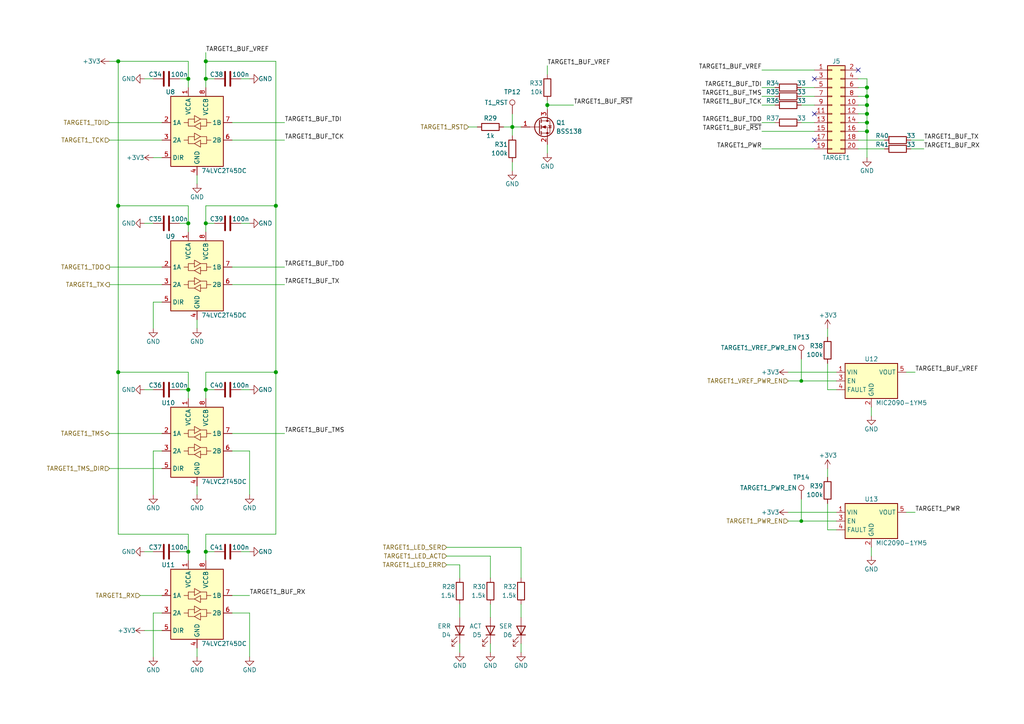
<source format=kicad_sch>
(kicad_sch (version 20221206) (generator eeschema)
  (paper "A4")
  (lib_symbols
    (symbol "Connector:TestPoint" (pin_numbers hide) (pin_names (offset 0.762) hide)
      (property "Reference" "TP" (at 0 6.858 0))
      (property "Value" "TestPoint" (at 0 5.08 0))
      (symbol "TestPoint_0_1"
        (circle (center 0 3.302) (radius 0.762))
      )
      (symbol "TestPoint_1_1"
        (pin passive line (at 0 0 90) (length 2.54) (name "1") (number "1"))
      )
    )
    (symbol "Connector_Generic:Conn_02x10_Odd_Even" (pin_names (offset 1.016) hide)
      (property "Reference" "J" (at 1.27 12.7 0))
      (property "Value" "Conn_02x10_Odd_Even" (at 1.27 -15.24 0))
      (symbol "Conn_02x10_Odd_Even_1_1"
        (rectangle (start -1.27 -12.573) (end 0 -12.827) (stroke (width 0.1524)))
        (rectangle (start -1.27 -10.033) (end 0 -10.287) (stroke (width 0.1524)))
        (rectangle (start -1.27 -7.493) (end 0 -7.747) (stroke (width 0.1524)))
        (rectangle (start -1.27 -4.953) (end 0 -5.207) (stroke (width 0.1524)))
        (rectangle (start -1.27 -2.413) (end 0 -2.667) (stroke (width 0.1524)))
        (rectangle (start -1.27 0.127) (end 0 -0.127) (stroke (width 0.1524)))
        (rectangle (start -1.27 2.667) (end 0 2.413) (stroke (width 0.1524)))
        (rectangle (start -1.27 5.207) (end 0 4.953) (stroke (width 0.1524)))
        (rectangle (start -1.27 7.747) (end 0 7.493) (stroke (width 0.1524)))
        (rectangle (start -1.27 10.287) (end 0 10.033) (stroke (width 0.1524)))
        (rectangle (start -1.27 11.43) (end 3.81 -13.97) (stroke (width 0.254)) (fill (type background)))
        (rectangle (start 3.81 -12.573) (end 2.54 -12.827) (stroke (width 0.1524)))
        (rectangle (start 3.81 -10.033) (end 2.54 -10.287) (stroke (width 0.1524)))
        (rectangle (start 3.81 -7.493) (end 2.54 -7.747) (stroke (width 0.1524)))
        (rectangle (start 3.81 -4.953) (end 2.54 -5.207) (stroke (width 0.1524)))
        (rectangle (start 3.81 -2.413) (end 2.54 -2.667) (stroke (width 0.1524)))
        (rectangle (start 3.81 0.127) (end 2.54 -0.127) (stroke (width 0.1524)))
        (rectangle (start 3.81 2.667) (end 2.54 2.413) (stroke (width 0.1524)))
        (rectangle (start 3.81 5.207) (end 2.54 4.953) (stroke (width 0.1524)))
        (rectangle (start 3.81 7.747) (end 2.54 7.493) (stroke (width 0.1524)))
        (rectangle (start 3.81 10.287) (end 2.54 10.033) (stroke (width 0.1524)))
        (pin passive line (at -5.08 10.16 0) (length 3.81) (name "Pin_1") (number "1"))
        (pin passive line (at 7.62 0 180) (length 3.81) (name "Pin_10") (number "10"))
        (pin passive line (at -5.08 -2.54 0) (length 3.81) (name "Pin_11") (number "11"))
        (pin passive line (at 7.62 -2.54 180) (length 3.81) (name "Pin_12") (number "12"))
        (pin passive line (at -5.08 -5.08 0) (length 3.81) (name "Pin_13") (number "13"))
        (pin passive line (at 7.62 -5.08 180) (length 3.81) (name "Pin_14") (number "14"))
        (pin passive line (at -5.08 -7.62 0) (length 3.81) (name "Pin_15") (number "15"))
        (pin passive line (at 7.62 -7.62 180) (length 3.81) (name "Pin_16") (number "16"))
        (pin passive line (at -5.08 -10.16 0) (length 3.81) (name "Pin_17") (number "17"))
        (pin passive line (at 7.62 -10.16 180) (length 3.81) (name "Pin_18") (number "18"))
        (pin passive line (at -5.08 -12.7 0) (length 3.81) (name "Pin_19") (number "19"))
        (pin passive line (at 7.62 10.16 180) (length 3.81) (name "Pin_2") (number "2"))
        (pin passive line (at 7.62 -12.7 180) (length 3.81) (name "Pin_20") (number "20"))
        (pin passive line (at -5.08 7.62 0) (length 3.81) (name "Pin_3") (number "3"))
        (pin passive line (at 7.62 7.62 180) (length 3.81) (name "Pin_4") (number "4"))
        (pin passive line (at -5.08 5.08 0) (length 3.81) (name "Pin_5") (number "5"))
        (pin passive line (at 7.62 5.08 180) (length 3.81) (name "Pin_6") (number "6"))
        (pin passive line (at -5.08 2.54 0) (length 3.81) (name "Pin_7") (number "7"))
        (pin passive line (at 7.62 2.54 180) (length 3.81) (name "Pin_8") (number "8"))
        (pin passive line (at -5.08 0 0) (length 3.81) (name "Pin_9") (number "9"))
      )
    )
    (symbol "Device:C" (pin_numbers hide) (pin_names (offset 0.254))
      (property "Reference" "C" (at 0.635 2.54 0))
      (property "Value" "C" (at 0.635 -2.54 0))
      (symbol "C_0_1"
        (polyline (pts (xy -2.032 -0.762) (xy 2.032 -0.762)) (stroke (width 0.508)))
        (polyline (pts (xy -2.032 0.762) (xy 2.032 0.762)) (stroke (width 0.508)))
      )
      (symbol "C_1_1"
        (pin passive line (at 0 3.81 270) (length 2.794) (name "~") (number "1"))
        (pin passive line (at 0 -3.81 90) (length 2.794) (name "~") (number "2"))
      )
    )
    (symbol "Device:LED" (pin_numbers hide) (pin_names (offset 1.016) hide)
      (property "Reference" "D" (at 0 2.54 0))
      (property "Value" "LED" (at 0 -2.54 0))
      (symbol "LED_0_1"
        (polyline (pts (xy -1.27 -1.27) (xy -1.27 1.27)) (stroke (width 0.254)))
        (polyline (pts (xy -1.27 0) (xy 1.27 0)))
        (polyline (pts (xy 1.27 -1.27) (xy 1.27 1.27) (xy -1.27 0) (xy 1.27 -1.27)) (stroke (width 0.254)))
        (polyline (pts (xy -3.048 -0.762) (xy -4.572 -2.286) (xy -3.81 -2.286) (xy -4.572 -2.286) (xy -4.572 -1.524)))
        (polyline (pts (xy -1.778 -0.762) (xy -3.302 -2.286) (xy -2.54 -2.286) (xy -3.302 -2.286) (xy -3.302 -1.524)))
      )
      (symbol "LED_1_1"
        (pin passive line (at -3.81 0 0) (length 2.54) (name "K") (number "1"))
        (pin passive line (at 3.81 0 180) (length 2.54) (name "A") (number "2"))
      )
    )
    (symbol "Device:R" (pin_numbers hide) (pin_names (offset 0))
      (property "Reference" "R" (at 2.032 0 90))
      (property "Value" "R" (at 0 0 90))
      (symbol "R_0_1"
        (rectangle (start -1.016 -2.54) (end 1.016 2.54) (stroke (width 0.254)))
      )
      (symbol "R_1_1"
        (pin passive line (at 0 3.81 270) (length 1.27) (name "~") (number "1"))
        (pin passive line (at 0 -3.81 90) (length 1.27) (name "~") (number "2"))
      )
    )
    (symbol "Logic_LevelTranslator:74LVC2T45DC"
      (property "Reference" "U" (at 6.35 -11.43 0))
      (property "Value" "74LVC2T45DC" (at 10.16 11.43 0))
      (symbol "74LVC2T45DC_1_1"
        (rectangle (start -7.62 10.16) (end 7.62 -10.16) (stroke (width 0.254)) (fill (type background)))
        (polyline (pts (xy -2.54 -2.54) (xy -2.54 -1.524) (xy -0.762 -1.524)))
        (polyline (pts (xy -2.54 2.54) (xy -2.54 3.556) (xy -0.762 3.556)))
        (polyline (pts (xy 2.794 -2.54) (xy 2.794 -3.556) (xy 1.016 -3.556)))
        (polyline (pts (xy 2.794 2.54) (xy 2.794 1.524) (xy 1.016 1.524)))
        (polyline (pts (xy -0.762 -3.556) (xy -2.54 -3.556) (xy -2.54 -2.54) (xy -3.81 -2.54)))
        (polyline (pts (xy -0.762 -2.54) (xy -0.762 -0.508) (xy 1.016 -1.524) (xy -0.762 -2.54)))
        (polyline (pts (xy -0.762 1.524) (xy -2.54 1.524) (xy -2.54 2.54) (xy -3.81 2.54)))
        (polyline (pts (xy -0.762 2.54) (xy -0.762 4.572) (xy 1.016 3.556) (xy -0.762 2.54)))
        (polyline (pts (xy 1.016 -1.524) (xy 2.794 -1.524) (xy 2.794 -2.54) (xy 4.064 -2.54)))
        (polyline (pts (xy 1.016 3.556) (xy 2.794 3.556) (xy 2.794 2.54) (xy 4.064 2.54)))
        (polyline (pts (xy 1.016 -2.54) (xy 1.016 -4.318) (xy 1.016 -4.572) (xy -0.762 -3.556) (xy 1.016 -2.54)))
        (polyline (pts (xy 1.016 2.54) (xy 1.016 0.762) (xy 1.016 0.508) (xy -0.762 1.524) (xy 1.016 2.54)))
        (pin power_in line (at -2.54 12.7 270) (length 2.54) (name "VCCA") (number "1"))
        (pin bidirectional line (at -10.16 2.54 0) (length 2.54) (name "1A") (number "2"))
        (pin bidirectional line (at -10.16 -2.54 0) (length 2.54) (name "2A") (number "3"))
        (pin power_in line (at 0 -12.7 90) (length 2.54) (name "GND") (number "4"))
        (pin input line (at -10.16 -7.62 0) (length 2.54) (name "DIR") (number "5"))
        (pin bidirectional line (at 10.16 -2.54 180) (length 2.54) (name "2B") (number "6"))
        (pin bidirectional line (at 10.16 2.54 180) (length 2.54) (name "1B") (number "7"))
        (pin power_in line (at 2.54 12.7 270) (length 2.54) (name "VCCB") (number "8"))
      )
    )
    (symbol "MIC2090:MIC2090-1YM5"
      (property "Reference" "U" (at -7.62 6.35 0))
      (property "Value" "MIC2090-1YM5" (at 13.97 6.35 0))
      (symbol "MIC2090-1YM5_0_1"
        (rectangle (start -7.62 5.08) (end 7.62 -5.08) (stroke (width 0.254)) (fill (type background)))
      )
      (symbol "MIC2090-1YM5_1_1"
        (pin power_in line (at -10.16 2.54 0) (length 2.54) (name "VIN") (number "1"))
        (pin power_in line (at 0 -7.62 90) (length 2.54) (name "GND") (number "2"))
        (pin input line (at -10.16 0 0) (length 2.54) (name "EN") (number "3"))
        (pin open_collector line (at -10.16 -2.54 0) (length 2.54) (name "FAULT") (number "4"))
        (pin power_out line (at 10.16 2.54 180) (length 2.54) (name "VOUT") (number "5"))
      )
    )
    (symbol "Transistor_FET:BSS138" (pin_names hide)
      (property "Reference" "Q" (at 5.08 1.905 0))
      (property "Value" "BSS138" (at 5.08 0 0))
      (symbol "BSS138_0_1"
        (polyline (pts (xy 0.254 0) (xy -2.54 0)))
        (polyline (pts (xy 0.254 1.905) (xy 0.254 -1.905)) (stroke (width 0.254)))
        (polyline (pts (xy 0.762 -1.27) (xy 0.762 -2.286)) (stroke (width 0.254)))
        (polyline (pts (xy 0.762 0.508) (xy 0.762 -0.508)) (stroke (width 0.254)))
        (polyline (pts (xy 0.762 2.286) (xy 0.762 1.27)) (stroke (width 0.254)))
        (polyline (pts (xy 2.54 2.54) (xy 2.54 1.778)))
        (polyline (pts (xy 2.54 -2.54) (xy 2.54 0) (xy 0.762 0)))
        (polyline (pts (xy 0.762 -1.778) (xy 3.302 -1.778) (xy 3.302 1.778) (xy 0.762 1.778)))
        (polyline (pts (xy 1.016 0) (xy 2.032 0.381) (xy 2.032 -0.381) (xy 1.016 0)) (fill (type outline)))
        (polyline (pts (xy 2.794 0.508) (xy 2.921 0.381) (xy 3.683 0.381) (xy 3.81 0.254)))
        (polyline (pts (xy 3.302 0.381) (xy 2.921 -0.254) (xy 3.683 -0.254) (xy 3.302 0.381)))
        (circle (center 1.651 0) (radius 2.794) (stroke (width 0.254)))
        (circle (center 2.54 -1.778) (radius 0.254) (fill (type outline)))
        (circle (center 2.54 1.778) (radius 0.254) (fill (type outline)))
      )
      (symbol "BSS138_1_1"
        (pin input line (at -5.08 0 0) (length 2.54) (name "G") (number "1"))
        (pin passive line (at 2.54 -5.08 90) (length 2.54) (name "S") (number "2"))
        (pin passive line (at 2.54 5.08 270) (length 2.54) (name "D") (number "3"))
      )
    )
    (symbol "power:+3V3" (power) (pin_names (offset 0))
      (property "Value" "+3V3" (at 0 3.556 0))
      (symbol "+3V3_0_1"
        (polyline (pts (xy -0.762 1.27) (xy 0 2.54)))
        (polyline (pts (xy 0 0) (xy 0 2.54)))
        (polyline (pts (xy 0 2.54) (xy 0.762 1.27)))
      )
      (symbol "+3V3_1_1"
        (pin power_in line (at 0 0 90) (length 0) hide (name "+3V3") (number "1"))
      )
    )
    (symbol "power:GND" (power) (pin_names (offset 0))
      (property "Value" "GND" (at 0 -3.81 0))
      (symbol "GND_0_1"
        (polyline (pts (xy 0 0) (xy 0 -1.27) (xy 1.27 -1.27) (xy 0 -2.54) (xy -1.27 -1.27) (xy 0 -1.27)))
      )
      (symbol "GND_1_1"
        (pin power_in line (at 0 0 270) (length 0) hide (name "GND") (number "1"))
      )
    )
  )
  (junction (at 54.61 64.77) (diameter 1.016))
  (junction (at 232.41 110.49))
  (junction (at 251.46 25.4) (diameter 1.016))
  (junction (at 59.69 160.02) (diameter 1.016))
  (junction (at 54.61 160.02) (diameter 1.016))
  (junction (at 34.29 17.78) (diameter 1.016))
  (junction (at 54.61 22.86) (diameter 1.016))
  (junction (at 251.46 30.48) (diameter 1.016))
  (junction (at 251.46 33.02) (diameter 1.016))
  (junction (at 80.01 59.69) (diameter 1.016))
  (junction (at 59.69 17.78) (diameter 1.016))
  (junction (at 34.29 107.95) (diameter 1.016))
  (junction (at 251.46 27.94) (diameter 1.016))
  (junction (at 59.69 22.86) (diameter 1.016))
  (junction (at 158.75 30.48) (diameter 1.016))
  (junction (at 54.61 113.03) (diameter 1.016))
  (junction (at 232.41 151.13))
  (junction (at 34.29 59.69) (diameter 1.016))
  (junction (at 251.46 35.56) (diameter 1.016))
  (junction (at 59.69 64.77) (diameter 1.016))
  (junction (at 251.46 38.1) (diameter 1.016))
  (junction (at 148.59 36.83) (diameter 1.016))
  (junction (at 59.69 113.03) (diameter 1.016))
  (junction (at 80.01 107.95) (diameter 1.016))
  (no_connect (at 236.22 33.02))
  (no_connect (at 236.22 22.86))
  (no_connect (at 248.92 20.32))
  (no_connect (at 236.22 40.64))
  (wire (pts (xy 44.45 22.86) (xy 41.91 22.86)))
  (wire (pts (xy 220.98 35.56) (xy 224.79 35.56)))
  (wire (pts (xy 228.6 110.49) (xy 232.41 110.49)))
  (wire (pts (xy 34.29 59.69) (xy 34.29 107.95)))
  (wire (pts (xy 34.29 17.78) (xy 54.61 17.78)))
  (wire (pts (xy 232.41 110.49) (xy 242.57 110.49)))
  (wire (pts (xy 34.29 154.94) (xy 54.61 154.94)))
  (wire (pts (xy 264.16 40.64) (xy 267.97 40.64)))
  (wire (pts (xy 59.69 15.24) (xy 59.69 17.78)))
  (wire (pts (xy 59.69 17.78) (xy 59.69 22.86)))
  (wire (pts (xy 251.46 22.86) (xy 251.46 25.4)))
  (wire (pts (xy 44.45 113.03) (xy 41.91 113.03)))
  (wire (pts (xy 44.45 160.02) (xy 41.91 160.02)))
  (wire (pts (xy 220.98 25.4) (xy 224.79 25.4)))
  (wire (pts (xy 148.59 39.37) (xy 148.59 36.83)))
  (wire (pts (xy 220.98 30.48) (xy 224.79 30.48)))
  (wire (pts (xy 129.54 161.29) (xy 142.24 161.29)))
  (wire (pts (xy 44.45 177.8) (xy 44.45 190.5)))
  (wire (pts (xy 80.01 59.69) (xy 80.01 17.78)))
  (wire (pts (xy 54.61 160.02) (xy 54.61 162.56)))
  (wire (pts (xy 248.92 35.56) (xy 251.46 35.56)))
  (wire (pts (xy 34.29 107.95) (xy 34.29 154.94)))
  (wire (pts (xy 54.61 107.95) (xy 54.61 113.03)))
  (wire (pts (xy 248.92 40.64) (xy 256.54 40.64)))
  (wire (pts (xy 59.69 154.94) (xy 59.69 160.02)))
  (wire (pts (xy 252.73 158.75) (xy 252.73 161.29)))
  (wire (pts (xy 220.98 27.94) (xy 224.79 27.94)))
  (wire (pts (xy 46.99 87.63) (xy 44.45 87.63)))
  (wire (pts (xy 248.92 22.86) (xy 251.46 22.86)))
  (wire (pts (xy 264.16 43.18) (xy 267.97 43.18)))
  (wire (pts (xy 240.03 113.03) (xy 242.57 113.03)))
  (wire (pts (xy 31.75 77.47) (xy 46.99 77.47)))
  (wire (pts (xy 52.07 113.03) (xy 54.61 113.03)))
  (wire (pts (xy 148.59 36.83) (xy 146.05 36.83)))
  (wire (pts (xy 59.69 113.03) (xy 59.69 115.57)))
  (wire (pts (xy 31.75 17.78) (xy 34.29 17.78)))
  (wire (pts (xy 59.69 22.86) (xy 59.69 25.4)))
  (wire (pts (xy 142.24 186.69) (xy 142.24 189.23)))
  (wire (pts (xy 80.01 107.95) (xy 59.69 107.95)))
  (wire (pts (xy 57.15 143.51) (xy 57.15 140.97)))
  (wire (pts (xy 52.07 160.02) (xy 54.61 160.02)))
  (wire (pts (xy 57.15 53.34) (xy 57.15 50.8)))
  (wire (pts (xy 54.61 22.86) (xy 54.61 25.4)))
  (wire (pts (xy 62.23 113.03) (xy 59.69 113.03)))
  (wire (pts (xy 59.69 107.95) (xy 59.69 113.03)))
  (wire (pts (xy 44.45 45.72) (xy 46.99 45.72)))
  (wire (pts (xy 151.13 186.69) (xy 151.13 189.23)))
  (wire (pts (xy 248.92 33.02) (xy 251.46 33.02)))
  (wire (pts (xy 228.6 107.95) (xy 242.57 107.95)))
  (wire (pts (xy 44.45 130.81) (xy 44.45 143.51)))
  (wire (pts (xy 59.69 59.69) (xy 80.01 59.69)))
  (wire (pts (xy 80.01 59.69) (xy 80.01 107.95)))
  (wire (pts (xy 80.01 154.94) (xy 59.69 154.94)))
  (wire (pts (xy 67.31 125.73) (xy 82.55 125.73)))
  (wire (pts (xy 69.85 64.77) (xy 72.39 64.77)))
  (wire (pts (xy 148.59 49.53) (xy 148.59 46.99)))
  (wire (pts (xy 228.6 148.59) (xy 242.57 148.59)))
  (wire (pts (xy 59.69 64.77) (xy 59.69 67.31)))
  (wire (pts (xy 232.41 27.94) (xy 236.22 27.94)))
  (wire (pts (xy 69.85 113.03) (xy 72.39 113.03)))
  (wire (pts (xy 251.46 30.48) (xy 251.46 33.02)))
  (wire (pts (xy 240.03 135.89) (xy 240.03 138.43)))
  (wire (pts (xy 46.99 177.8) (xy 44.45 177.8)))
  (wire (pts (xy 72.39 177.8) (xy 72.39 190.5)))
  (wire (pts (xy 158.75 30.48) (xy 166.37 30.48)))
  (wire (pts (xy 158.75 30.48) (xy 158.75 31.75)))
  (wire (pts (xy 54.61 59.69) (xy 34.29 59.69)))
  (wire (pts (xy 262.89 148.59) (xy 265.43 148.59)))
  (wire (pts (xy 232.41 25.4) (xy 236.22 25.4)))
  (wire (pts (xy 228.6 151.13) (xy 232.41 151.13)))
  (wire (pts (xy 67.31 77.47) (xy 82.55 77.47)))
  (wire (pts (xy 31.75 135.89) (xy 46.99 135.89)))
  (wire (pts (xy 148.59 36.83) (xy 151.13 36.83)))
  (wire (pts (xy 251.46 38.1) (xy 251.46 45.72)))
  (wire (pts (xy 133.35 186.69) (xy 133.35 189.23)))
  (wire (pts (xy 148.59 33.02) (xy 148.59 36.83)))
  (wire (pts (xy 54.61 64.77) (xy 54.61 59.69)))
  (wire (pts (xy 236.22 43.18) (xy 220.98 43.18)))
  (wire (pts (xy 129.54 163.83) (xy 133.35 163.83)))
  (wire (pts (xy 62.23 160.02) (xy 59.69 160.02)))
  (wire (pts (xy 248.92 27.94) (xy 251.46 27.94)))
  (wire (pts (xy 248.92 43.18) (xy 256.54 43.18)))
  (wire (pts (xy 158.75 29.21) (xy 158.75 30.48)))
  (wire (pts (xy 232.41 151.13) (xy 242.57 151.13)))
  (wire (pts (xy 129.54 158.75) (xy 151.13 158.75)))
  (wire (pts (xy 240.03 105.41) (xy 240.03 113.03)))
  (wire (pts (xy 54.61 154.94) (xy 54.61 160.02)))
  (wire (pts (xy 232.41 30.48) (xy 236.22 30.48)))
  (wire (pts (xy 158.75 44.45) (xy 158.75 41.91)))
  (wire (pts (xy 44.45 64.77) (xy 41.91 64.77)))
  (wire (pts (xy 52.07 64.77) (xy 54.61 64.77)))
  (wire (pts (xy 72.39 130.81) (xy 72.39 143.51)))
  (wire (pts (xy 67.31 172.72) (xy 72.39 172.72)))
  (wire (pts (xy 80.01 107.95) (xy 80.01 154.94)))
  (wire (pts (xy 240.03 153.67) (xy 242.57 153.67)))
  (wire (pts (xy 69.85 22.86) (xy 72.39 22.86)))
  (wire (pts (xy 142.24 175.26) (xy 142.24 179.07)))
  (wire (pts (xy 220.98 20.32) (xy 236.22 20.32)))
  (wire (pts (xy 54.61 113.03) (xy 54.61 115.57)))
  (wire (pts (xy 232.41 144.78) (xy 232.41 151.13)))
  (wire (pts (xy 251.46 27.94) (xy 251.46 30.48)))
  (wire (pts (xy 40.64 172.72) (xy 46.99 172.72)))
  (wire (pts (xy 67.31 82.55) (xy 82.55 82.55)))
  (wire (pts (xy 252.73 118.11) (xy 252.73 120.65)))
  (wire (pts (xy 240.03 146.05) (xy 240.03 153.67)))
  (wire (pts (xy 135.89 36.83) (xy 138.43 36.83)))
  (wire (pts (xy 59.69 160.02) (xy 59.69 162.56)))
  (wire (pts (xy 54.61 17.78) (xy 54.61 22.86)))
  (wire (pts (xy 59.69 64.77) (xy 59.69 59.69)))
  (wire (pts (xy 46.99 40.64) (xy 31.75 40.64)))
  (wire (pts (xy 133.35 167.64) (xy 133.35 163.83)))
  (wire (pts (xy 251.46 33.02) (xy 251.46 35.56)))
  (wire (pts (xy 57.15 95.25) (xy 57.15 92.71)))
  (wire (pts (xy 142.24 167.64) (xy 142.24 161.29)))
  (wire (pts (xy 67.31 130.81) (xy 72.39 130.81)))
  (wire (pts (xy 248.92 25.4) (xy 251.46 25.4)))
  (wire (pts (xy 31.75 125.73) (xy 46.99 125.73)))
  (wire (pts (xy 248.92 30.48) (xy 251.46 30.48)))
  (wire (pts (xy 44.45 95.25) (xy 44.45 87.63)))
  (wire (pts (xy 251.46 35.56) (xy 251.46 38.1)))
  (wire (pts (xy 240.03 95.25) (xy 240.03 97.79)))
  (wire (pts (xy 69.85 160.02) (xy 72.39 160.02)))
  (wire (pts (xy 67.31 40.64) (xy 82.55 40.64)))
  (wire (pts (xy 34.29 59.69) (xy 34.29 17.78)))
  (wire (pts (xy 133.35 175.26) (xy 133.35 179.07)))
  (wire (pts (xy 31.75 82.55) (xy 46.99 82.55)))
  (wire (pts (xy 62.23 22.86) (xy 59.69 22.86)))
  (wire (pts (xy 57.15 190.5) (xy 57.15 187.96)))
  (wire (pts (xy 236.22 38.1) (xy 220.98 38.1)))
  (wire (pts (xy 67.31 35.56) (xy 82.55 35.56)))
  (wire (pts (xy 54.61 64.77) (xy 54.61 67.31)))
  (wire (pts (xy 52.07 22.86) (xy 54.61 22.86)))
  (wire (pts (xy 67.31 177.8) (xy 72.39 177.8)))
  (wire (pts (xy 232.41 104.14) (xy 232.41 110.49)))
  (wire (pts (xy 31.75 35.56) (xy 46.99 35.56)))
  (wire (pts (xy 151.13 158.75) (xy 151.13 167.64)))
  (wire (pts (xy 232.41 35.56) (xy 236.22 35.56)))
  (wire (pts (xy 46.99 130.81) (xy 44.45 130.81)))
  (wire (pts (xy 62.23 64.77) (xy 59.69 64.77)))
  (wire (pts (xy 262.89 107.95) (xy 265.43 107.95)))
  (wire (pts (xy 251.46 25.4) (xy 251.46 27.94)))
  (wire (pts (xy 248.92 38.1) (xy 251.46 38.1)))
  (wire (pts (xy 34.29 107.95) (xy 54.61 107.95)))
  (wire (pts (xy 46.99 182.88) (xy 41.91 182.88)))
  (wire (pts (xy 80.01 17.78) (xy 59.69 17.78)))
  (wire (pts (xy 158.75 19.05) (xy 158.75 21.59)))
  (wire (pts (xy 151.13 175.26) (xy 151.13 179.07)))
  (label "TARGET1_BUF_TCK" (at 220.98 30.48 180))
  (label "TARGET1_BUF_VREF" (at 59.69 15.24 0))
  (label "TARGET1_BUF_TX" (at 82.55 82.55 0))
  (label "TARGET1_PWR" (at 220.98 43.18 180))
  (label "TARGET1_BUF_TDI" (at 82.55 35.56 0))
  (label "TARGET1_BUF_TMS" (at 82.55 125.73 0))
  (label "TARGET1_BUF_TDO" (at 220.98 35.56 180))
  (label "TARGET1_PWR" (at 265.43 148.59 0))
  (label "TARGET1_BUF_TMS" (at 220.98 27.94 180))
  (label "TARGET1_BUF_VREF" (at 265.43 107.95 0))
  (label "TARGET1_BUF_~{RST}" (at 220.98 38.1 180))
  (label "TARGET1_BUF_TDI" (at 220.98 25.4 180))
  (label "TARGET1_BUF_TCK" (at 82.55 40.64 0))
  (label "TARGET1_BUF_TX" (at 267.97 40.64 0))
  (label "TARGET1_BUF_RX" (at 267.97 43.18 0))
  (label "TARGET1_BUF_~{RST}" (at 166.37 30.48 0))
  (label "TARGET1_BUF_VREF" (at 220.98 20.32 180))
  (label "TARGET1_BUF_VREF" (at 158.75 19.05 0))
  (label "TARGET1_BUF_RX" (at 72.39 172.72 0))
  (label "TARGET1_BUF_TDO" (at 82.55 77.47 0))
  (hierarchical_label "TARGET1_TMS_DIR" (shape input) (at 31.75 135.89 180))
  (hierarchical_label "TARGET1_TX" (shape output) (at 31.75 82.55 180))
  (hierarchical_label "TARGET1_TCK" (shape input) (at 31.75 40.64 180))
  (hierarchical_label "TARGET1_RX" (shape input) (at 40.64 172.72 180))
  (hierarchical_label "TARGET1_TMS" (shape bidirectional) (at 31.75 125.73 180))
  (hierarchical_label "TARGET1_TDO" (shape output) (at 31.75 77.47 180))
  (hierarchical_label "TARGET1_LED_ACT" (shape input) (at 129.54 161.29 180))
  (hierarchical_label "TARGET1_PWR_EN" (shape input) (at 228.6 151.13 180))
  (hierarchical_label "TARGET1_TDI" (shape input) (at 31.75 35.56 180))
  (hierarchical_label "TARGET1_LED_ERR" (shape input) (at 129.54 163.83 180))
  (hierarchical_label "TARGET1_LED_SER" (shape input) (at 129.54 158.75 180))
  (hierarchical_label "TARGET1_RST" (shape input) (at 135.89 36.83 180))
  (hierarchical_label "TARGET1_VREF_PWR_EN" (shape input) (at 228.6 110.49 180))
  (symbol (lib_id "Device:C") (at 66.04 22.86 270) (unit 1)
    (property "Reference" "C38" (at 64.77 21.59 90) (effects (justify right)))
    (property "Value" "100n" (at 67.31 21.59 90) (effects (justify left)))
    (property "Footprint" "Capacitor_SMD:C_0402_1005Metric" (effects hide))
    (property "Part Number" "CC0402KRX7R7BB104" (effects hide))
  )
  (symbol (lib_id "Device:C") (at 48.26 22.86 270) (unit 1)
    (property "Reference" "C34" (at 46.99 21.59 90) (effects (justify right)))
    (property "Value" "100n" (at 49.53 21.59 90) (effects (justify left)))
    (property "Footprint" "Capacitor_SMD:C_0402_1005Metric" (effects hide))
    (property "Part Number" "CC0402KRX7R7BB104" (effects hide))
  )
  (symbol (lib_id "power:+3V3") (at 240.03 95.25 0) (unit 1)
    (property "Reference" "#PWR0267" (effects hide))
    (property "Value" "+3V3" (at 237.49 91.44 0) (effects (justify left)))
  )
  (symbol (lib_id "Device:R") (at 228.6 30.48 90) (unit 1)
    (property "Reference" "R36" (at 226.06 29.21 90) (effects (justify left)))
    (property "Value" "33" (at 231.14 29.21 90) (effects (justify right)))
    (property "Footprint" "Resistor_SMD:R_0402_1005Metric" (effects hide))
    (property "Part Number" "RC0402JR-0733RL" (effects hide))
  )
  (symbol (lib_id "Device:C") (at 48.26 160.02 270) (unit 1)
    (property "Reference" "C37" (at 46.99 158.75 90) (effects (justify right)))
    (property "Value" "100n" (at 49.53 158.75 90) (effects (justify left)))
    (property "Footprint" "Capacitor_SMD:C_0402_1005Metric" (effects hide))
    (property "Part Number" "CC0402KRX7R7BB104" (effects hide))
  )
  (symbol (lib_id "power:GND") (at 72.39 64.77 90) (mirror x) (unit 1)
    (property "Reference" "#PWR0218" (effects hide))
    (property "Value" "GND" (at 74.93 64.77 90) (effects (justify right)))
  )
  (symbol (lib_id "power:GND") (at 44.45 190.5 0) (mirror y) (unit 1)
    (property "Reference" "#PWR0223" (effects hide))
    (property "Value" "GND" (at 44.45 194.31 0))
  )
  (symbol (lib_id "power:GND") (at 158.75 44.45 0) (mirror y) (unit 1)
    (property "Reference" "#PWR0205" (effects hide))
    (property "Value" "GND" (at 158.75 48.26 0))
  )
  (symbol (lib_id "power:GND") (at 57.15 53.34 0) (mirror y) (unit 1)
    (property "Reference" "#PWR0229" (effects hide))
    (property "Value" "GND" (at 57.15 57.15 0))
  )
  (symbol (lib_id "power:GND") (at 41.91 113.03 270) (mirror x) (unit 1)
    (property "Reference" "#PWR0231" (effects hide))
    (property "Value" "GND" (at 39.37 113.03 90) (effects (justify right)))
  )
  (symbol (lib_id "Device:C") (at 66.04 113.03 270) (unit 1)
    (property "Reference" "C40" (at 64.77 111.76 90) (effects (justify right)))
    (property "Value" "100n" (at 67.31 111.76 90) (effects (justify left)))
    (property "Footprint" "Capacitor_SMD:C_0402_1005Metric" (effects hide))
    (property "Part Number" "CC0402KRX7R7BB104" (effects hide))
  )
  (symbol (lib_id "Device:R") (at 228.6 27.94 90) (unit 1)
    (property "Reference" "R35" (at 226.06 26.67 90) (effects (justify left)))
    (property "Value" "33" (at 231.14 26.67 90) (effects (justify right)))
    (property "Footprint" "Resistor_SMD:R_0402_1005Metric" (effects hide))
    (property "Part Number" "RC0402JR-0733RL" (effects hide))
  )
  (symbol (lib_id "power:GND") (at 44.45 143.51 0) (mirror y) (unit 1)
    (property "Reference" "#PWR0234" (effects hide))
    (property "Value" "GND" (at 44.45 147.32 0))
  )
  (symbol (lib_id "Device:C") (at 66.04 160.02 270) (unit 1)
    (property "Reference" "C41" (at 64.77 158.75 90) (effects (justify right)))
    (property "Value" "100n" (at 67.31 158.75 90) (effects (justify left)))
    (property "Footprint" "Capacitor_SMD:C_0402_1005Metric" (effects hide))
    (property "Part Number" "CC0402KRX7R7BB104" (effects hide))
  )
  (symbol (lib_id "power:+3V3") (at 44.45 45.72 90) (unit 1)
    (property "Reference" "#PWR0265" (effects hide))
    (property "Value" "+3V3" (at 41.91 45.72 90) (effects (justify left)))
  )
  (symbol (lib_id "Logic_LevelTranslator:74LVC2T45DC") (at 57.15 38.1 0) (unit 1)
    (property "Reference" "U8" (at 50.8 26.67 0) (effects (justify right)))
    (property "Value" "74LVC2T45DC" (at 58.42 49.53 0) (effects (justify left)))
    (property "Footprint" "Package_SO:VSSOP-8_2.3x2mm_P0.5mm" (effects hide))
    (property "Datasheet" "https://assets.nexperia.com/documents/data-sheet/74LVC_LVCH2T45.pdf" (effects hide))
    (property "Part Number" "74LVC2T45DC" (effects hide))
  )
  (symbol (lib_id "Device:R") (at 240.03 101.6 0) (mirror y) (unit 1)
    (property "Reference" "R38" (at 238.76 100.33 0) (effects (justify left)))
    (property "Value" "100k" (at 238.76 102.87 0) (effects (justify left)))
    (property "Footprint" "Resistor_SMD:R_0402_1005Metric" (effects hide))
    (property "Part Number" "RC0402FR-07100KL" (effects hide))
  )
  (symbol (lib_id "Device:C") (at 48.26 113.03 270) (unit 1)
    (property "Reference" "C36" (at 46.99 111.76 90) (effects (justify right)))
    (property "Value" "100n" (at 49.53 111.76 90) (effects (justify left)))
    (property "Footprint" "Capacitor_SMD:C_0402_1005Metric" (effects hide))
    (property "Part Number" "CC0402KRX7R7BB104" (effects hide))
  )
  (symbol (lib_id "Connector:TestPoint") (at 232.41 144.78 0) (unit 1)
    (property "Reference" "TP14" (at 232.41 138.43 0))
    (property "Value" "TARGET1_PWR_EN" (at 231.14 142.24 0) (effects (justify right bottom)))
    (property "Footprint" "TestPoint:TestPoint_Pad_D1.0mm" (effects hide))
  )
  (symbol (lib_id "Connector:TestPoint") (at 148.59 33.02 0) (unit 1)
    (property "Reference" "TP12" (at 148.59 26.67 0))
    (property "Value" "T1_RST" (at 147.32 30.48 0) (effects (justify right bottom)))
    (property "Footprint" "TestPoint:TestPoint_Pad_D1.0mm" (effects hide))
  )
  (symbol (lib_id "MIC2090:MIC2090-1YM5") (at 252.73 151.13 0) (unit 1)
    (property "Reference" "U13" (at 252.73 144.78 0))
    (property "Value" "MIC2090-1YM5" (at 254 157.48 0) (effects (justify left)))
    (property "Footprint" "Package_TO_SOT_SMD:SOT-23-5" (effects hide))
    (property "Datasheet" "https://ww1.microchip.com/downloads/aemDocuments/documents/OTH/ProductDocuments/DataSheets/MIC2090_1.pdf" (effects hide))
    (property "Part Number" "MIC2090-1YM5" (effects hide))
  )
  (symbol (lib_id "power:GND") (at 148.59 49.53 0) (mirror y) (unit 1)
    (property "Reference" "#PWR0206" (effects hide))
    (property "Value" "GND" (at 148.59 53.34 0))
  )
  (symbol (lib_id "Logic_LevelTranslator:74LVC2T45DC") (at 57.15 175.26 0) (unit 1)
    (property "Reference" "U11" (at 50.8 163.83 0) (effects (justify right)))
    (property "Value" "74LVC2T45DC" (at 58.42 186.69 0) (effects (justify left)))
    (property "Footprint" "Package_SO:VSSOP-8_2.3x2mm_P0.5mm" (effects hide))
    (property "Datasheet" "https://assets.nexperia.com/documents/data-sheet/74LVC_LVCH2T45.pdf" (effects hide))
    (property "Part Number" "74LVC2T45DC" (effects hide))
  )
  (symbol (lib_id "Device:R") (at 260.35 43.18 90) (unit 1)
    (property "Reference" "R41" (at 257.81 41.91 90) (effects (justify left)))
    (property "Value" "33" (at 262.89 41.91 90) (effects (justify right)))
    (property "Footprint" "Resistor_SMD:R_0402_1005Metric" (effects hide))
    (property "Part Number" "RC0402JR-0733RL" (effects hide))
  )
  (symbol (lib_id "power:GND") (at 57.15 95.25 0) (mirror y) (unit 1)
    (property "Reference" "#PWR0220" (effects hide))
    (property "Value" "GND" (at 57.15 99.06 0))
  )
  (symbol (lib_id "power:GND") (at 252.73 120.65 0) (mirror y) (unit 1)
    (property "Reference" "#PWR0207" (effects hide))
    (property "Value" "GND" (at 252.73 124.46 0))
  )
  (symbol (lib_id "Device:R") (at 133.35 171.45 0) (mirror y) (unit 1)
    (property "Reference" "R28" (at 132.08 170.18 0) (effects (justify left)))
    (property "Value" "1.5k" (at 132.08 172.72 0) (effects (justify left)))
    (property "Footprint" "Resistor_SMD:R_0402_1005Metric" (effects hide))
    (property "Part Number" "RC0402FR-071K5L" (effects hide))
  )
  (symbol (lib_id "power:GND") (at 41.91 22.86 270) (mirror x) (unit 1)
    (property "Reference" "#PWR0230" (effects hide))
    (property "Value" "GND" (at 39.37 22.86 90) (effects (justify right)))
  )
  (symbol (lib_id "power:GND") (at 41.91 160.02 270) (mirror x) (unit 1)
    (property "Reference" "#PWR0222" (effects hide))
    (property "Value" "GND" (at 39.37 160.02 90) (effects (justify right)))
  )
  (symbol (lib_id "Logic_LevelTranslator:74LVC2T45DC") (at 57.15 80.01 0) (unit 1)
    (property "Reference" "U9" (at 50.8 68.58 0) (effects (justify right)))
    (property "Value" "74LVC2T45DC" (at 58.42 91.44 0) (effects (justify left)))
    (property "Footprint" "Package_SO:VSSOP-8_2.3x2mm_P0.5mm" (effects hide))
    (property "Datasheet" "https://assets.nexperia.com/documents/data-sheet/74LVC_LVCH2T45.pdf" (effects hide))
    (property "Part Number" "74LVC2T45DC" (effects hide))
  )
  (symbol (lib_id "Device:R") (at 158.75 25.4 0) (mirror y) (unit 1)
    (property "Reference" "R33" (at 157.48 24.13 0) (effects (justify left)))
    (property "Value" "10k" (at 157.48 26.67 0) (effects (justify left)))
    (property "Footprint" "Resistor_SMD:R_0402_1005Metric" (effects hide))
    (property "Part Number" "RC0402FR-0710KL" (effects hide))
  )
  (symbol (lib_id "Connector_Generic:Conn_02x10_Odd_Even") (at 241.3 30.48 0) (unit 1)
    (property "Reference" "J5" (at 242.57 17.78 0))
    (property "Value" "TARGET1" (at 242.57 45.72 0))
    (property "Footprint" "Connector_IDC:IDC-Header_2x10_P2.54mm_Horizontal" (effects hide))
    (property "Part Number" "BH-20R" (effects hide))
  )
  (symbol (lib_id "Device:R") (at 142.24 171.45 0) (mirror y) (unit 1)
    (property "Reference" "R30" (at 140.97 170.18 0) (effects (justify left)))
    (property "Value" "1.5k" (at 140.97 172.72 0) (effects (justify left)))
    (property "Footprint" "Resistor_SMD:R_0402_1005Metric" (effects hide))
    (property "Part Number" "RC0402FR-071K5L" (effects hide))
  )
  (symbol (lib_id "Device:C") (at 48.26 64.77 270) (unit 1)
    (property "Reference" "C35" (at 46.99 63.5 90) (effects (justify right)))
    (property "Value" "100n" (at 49.53 63.5 90) (effects (justify left)))
    (property "Footprint" "Capacitor_SMD:C_0402_1005Metric" (effects hide))
    (property "Part Number" "CC0402KRX7R7BB104" (effects hide))
  )
  (symbol (lib_id "Device:R") (at 151.13 171.45 0) (mirror y) (unit 1)
    (property "Reference" "R32" (at 149.86 170.18 0) (effects (justify left)))
    (property "Value" "1.5k" (at 149.86 172.72 0) (effects (justify left)))
    (property "Footprint" "Resistor_SMD:R_0402_1005Metric" (effects hide))
    (property "Part Number" "RC0402FR-071K5L" (effects hide))
  )
  (symbol (lib_id "Device:LED") (at 151.13 182.88 270) (mirror x) (unit 1)
    (property "Reference" "D6" (at 148.59 184.15 90) (effects (justify right)))
    (property "Value" "SER" (at 148.59 181.61 90) (effects (justify right)))
    (property "Footprint" "LED_THT:LED_D3.0mm" (effects hide))
    (property "Part Number" "GNL-3014YD" (effects hide))
  )
  (symbol (lib_id "Device:R") (at 228.6 25.4 90) (unit 1)
    (property "Reference" "R34" (at 226.06 24.13 90) (effects (justify left)))
    (property "Value" "33" (at 231.14 24.13 90) (effects (justify right)))
    (property "Footprint" "Resistor_SMD:R_0402_1005Metric" (effects hide))
    (property "Part Number" "RC0402JR-0733RL" (effects hide))
  )
  (symbol (lib_id "power:+3V3") (at 240.03 135.89 0) (unit 1)
    (property "Reference" "#PWR0208" (effects hide))
    (property "Value" "+3V3" (at 237.49 132.08 0) (effects (justify left)))
  )
  (symbol (lib_id "Device:R") (at 148.59 43.18 0) (mirror y) (unit 1)
    (property "Reference" "R31" (at 147.32 41.91 0) (effects (justify left)))
    (property "Value" "100k" (at 147.32 44.45 0) (effects (justify left)))
    (property "Footprint" "Resistor_SMD:R_0402_1005Metric" (effects hide))
    (property "Part Number" "RC0402FR-07100KL" (effects hide))
  )
  (symbol (lib_id "power:GND") (at 72.39 22.86 90) (mirror x) (unit 1)
    (property "Reference" "#PWR0228" (effects hide))
    (property "Value" "GND" (at 74.93 22.86 90) (effects (justify right)))
  )
  (symbol (lib_id "Transistor_FET:BSS138") (at 156.21 36.83 0) (unit 1)
    (property "Reference" "Q1" (at 161.29 35.56 0) (effects (justify left)))
    (property "Value" "BSS138" (at 161.29 38.1 0) (effects (justify left)))
    (property "Footprint" "Package_TO_SOT_SMD:SOT-23" (effects hide))
    (property "Datasheet" "https://www.onsemi.com/pub/Collateral/BSS138-D.PDF" (effects hide))
    (property "Part Number" "BSS138PW,115" (effects hide))
  )
  (symbol (lib_id "power:+3V3") (at 31.75 17.78 90) (unit 1)
    (property "Reference" "#PWR0264" (effects hide))
    (property "Value" "+3V3" (at 29.21 17.78 90) (effects (justify left)))
  )
  (symbol (lib_id "Connector:TestPoint") (at 232.41 104.14 0) (mirror y) (unit 1)
    (property "Reference" "TP13" (at 232.41 97.79 0))
    (property "Value" "TARGET1_VREF_PWR_EN" (at 231.14 101.6 0) (effects (justify left bottom)))
    (property "Footprint" "TestPoint:TestPoint_Pad_D1.0mm" (effects hide))
  )
  (symbol (lib_id "power:GND") (at 72.39 113.03 90) (mirror x) (unit 1)
    (property "Reference" "#PWR0232" (effects hide))
    (property "Value" "GND" (at 74.93 113.03 90) (effects (justify right)))
  )
  (symbol (lib_id "Device:R") (at 240.03 142.24 0) (mirror y) (unit 1)
    (property "Reference" "R39" (at 238.76 140.97 0) (effects (justify left)))
    (property "Value" "100k" (at 238.76 143.51 0) (effects (justify left)))
    (property "Footprint" "Resistor_SMD:R_0402_1005Metric" (effects hide))
    (property "Part Number" "RC0402FR-07100KL" (effects hide))
  )
  (symbol (lib_id "power:GND") (at 133.35 189.23 0) (unit 1)
    (property "Reference" "#PWR0227" (effects hide))
    (property "Value" "GND" (at 133.35 193.04 0))
  )
  (symbol (lib_id "power:GND") (at 252.73 161.29 0) (mirror y) (unit 1)
    (property "Reference" "#PWR0268" (effects hide))
    (property "Value" "GND" (at 252.73 165.1 0))
  )
  (symbol (lib_id "power:GND") (at 251.46 45.72 0) (mirror y) (unit 1)
    (property "Reference" "#PWR0213" (effects hide))
    (property "Value" "GND" (at 251.46 49.53 0))
  )
  (symbol (lib_id "power:GND") (at 41.91 64.77 270) (mirror x) (unit 1)
    (property "Reference" "#PWR0219" (effects hide))
    (property "Value" "GND" (at 39.37 64.77 90) (effects (justify right)))
  )
  (symbol (lib_id "power:GND") (at 72.39 190.5 0) (mirror y) (unit 1)
    (property "Reference" "#PWR0225" (effects hide))
    (property "Value" "GND" (at 72.39 194.31 0))
  )
  (symbol (lib_id "Device:C") (at 66.04 64.77 270) (unit 1)
    (property "Reference" "C39" (at 64.77 63.5 90) (effects (justify right)))
    (property "Value" "100n" (at 67.31 63.5 90) (effects (justify left)))
    (property "Footprint" "Capacitor_SMD:C_0402_1005Metric" (effects hide))
    (property "Part Number" "CC0402KRX7R7BB104" (effects hide))
  )
  (symbol (lib_id "power:GND") (at 44.45 95.25 0) (mirror y) (unit 1)
    (property "Reference" "#PWR0221" (effects hide))
    (property "Value" "GND" (at 44.45 99.06 0))
  )
  (symbol (lib_id "power:+3V3") (at 228.6 107.95 90) (unit 1)
    (property "Reference" "#PWR0209" (effects hide))
    (property "Value" "+3V3" (at 226.06 107.95 90) (effects (justify left)))
  )
  (symbol (lib_id "power:GND") (at 57.15 190.5 0) (mirror y) (unit 1)
    (property "Reference" "#PWR0224" (effects hide))
    (property "Value" "GND" (at 57.15 194.31 0))
  )
  (symbol (lib_id "Logic_LevelTranslator:74LVC2T45DC") (at 57.15 128.27 0) (unit 1)
    (property "Reference" "U10" (at 50.8 116.84 0) (effects (justify right)))
    (property "Value" "74LVC2T45DC" (at 58.42 139.7 0) (effects (justify left)))
    (property "Footprint" "Package_SO:VSSOP-8_2.3x2mm_P0.5mm" (effects hide))
    (property "Datasheet" "https://assets.nexperia.com/documents/data-sheet/74LVC_LVCH2T45.pdf" (effects hide))
    (property "Part Number" "74LVC2T45DC" (effects hide))
  )
  (symbol (lib_id "power:GND") (at 72.39 143.51 0) (mirror y) (unit 1)
    (property "Reference" "#PWR0233" (effects hide))
    (property "Value" "GND" (at 72.39 147.32 0))
  )
  (symbol (lib_id "power:+3V3") (at 41.91 182.88 90) (unit 1)
    (property "Reference" "#PWR0266" (effects hide))
    (property "Value" "+3V3" (at 39.37 182.88 90) (effects (justify left)))
  )
  (symbol (lib_id "power:GND") (at 142.24 189.23 0) (unit 1)
    (property "Reference" "#PWR0215" (effects hide))
    (property "Value" "GND" (at 142.24 193.04 0))
  )
  (symbol (lib_id "MIC2090:MIC2090-1YM5") (at 252.73 110.49 0) (unit 1)
    (property "Reference" "U12" (at 252.73 104.14 0))
    (property "Value" "MIC2090-1YM5" (at 254 116.84 0) (effects (justify left)))
    (property "Footprint" "Package_TO_SOT_SMD:SOT-23-5" (effects hide))
    (property "Datasheet" "https://ww1.microchip.com/downloads/aemDocuments/documents/OTH/ProductDocuments/DataSheets/MIC2090_1.pdf" (effects hide))
    (property "Part Number" "MIC2090-1YM5" (effects hide))
  )
  (symbol (lib_id "Device:LED") (at 133.35 182.88 270) (mirror x) (unit 1)
    (property "Reference" "D4" (at 130.81 184.15 90) (effects (justify right)))
    (property "Value" "ERR" (at 130.81 181.61 90) (effects (justify right)))
    (property "Footprint" "LED_THT:LED_D3.0mm" (effects hide))
    (property "Part Number" "GNL-3014HD" (effects hide))
  )
  (symbol (lib_id "power:GND") (at 57.15 143.51 0) (mirror y) (unit 1)
    (property "Reference" "#PWR0235" (effects hide))
    (property "Value" "GND" (at 57.15 147.32 0))
  )
  (symbol (lib_id "power:GND") (at 72.39 160.02 90) (mirror x) (unit 1)
    (property "Reference" "#PWR0226" (effects hide))
    (property "Value" "GND" (at 74.93 160.02 90) (effects (justify right)))
  )
  (symbol (lib_id "Device:R") (at 260.35 40.64 90) (unit 1)
    (property "Reference" "R40" (at 257.81 39.37 90) (effects (justify left)))
    (property "Value" "33" (at 262.89 39.37 90) (effects (justify right)))
    (property "Footprint" "Resistor_SMD:R_0402_1005Metric" (effects hide))
    (property "Part Number" "RC0402JR-0733RL" (effects hide))
  )
  (symbol (lib_id "power:GND") (at 151.13 189.23 0) (unit 1)
    (property "Reference" "#PWR0214" (effects hide))
    (property "Value" "GND" (at 151.13 193.04 0))
  )
  (symbol (lib_id "power:+3V3") (at 228.6 148.59 90) (unit 1)
    (property "Reference" "#PWR0270" (effects hide))
    (property "Value" "+3V3" (at 226.06 148.59 90) (effects (justify left)))
  )
  (symbol (lib_id "Device:R") (at 228.6 35.56 90) (unit 1)
    (property "Reference" "R37" (at 226.06 34.29 90) (effects (justify left)))
    (property "Value" "33" (at 231.14 34.29 90) (effects (justify right)))
    (property "Footprint" "Resistor_SMD:R_0402_1005Metric" (effects hide))
    (property "Part Number" "RC0402JR-0733RL" (effects hide))
  )
  (symbol (lib_id "Device:LED") (at 142.24 182.88 270) (mirror x) (unit 1)
    (property "Reference" "D5" (at 139.7 184.15 90) (effects (justify right)))
    (property "Value" "ACT" (at 139.7 181.61 90) (effects (justify right)))
    (property "Footprint" "LED_THT:LED_D3.0mm" (effects hide))
    (property "Part Number" "GNL-3014GD" (effects hide))
  )
  (symbol (lib_id "Device:R") (at 142.24 36.83 270) (mirror x) (unit 1)
    (property "Reference" "R29" (at 142.24 34.29 90))
    (property "Value" "1k" (at 142.24 39.37 90))
    (property "Footprint" "Resistor_SMD:R_0402_1005Metric" (effects hide))
    (property "Part Number" "RC0402FR-071KL" (effects hide))
  )
)
</source>
